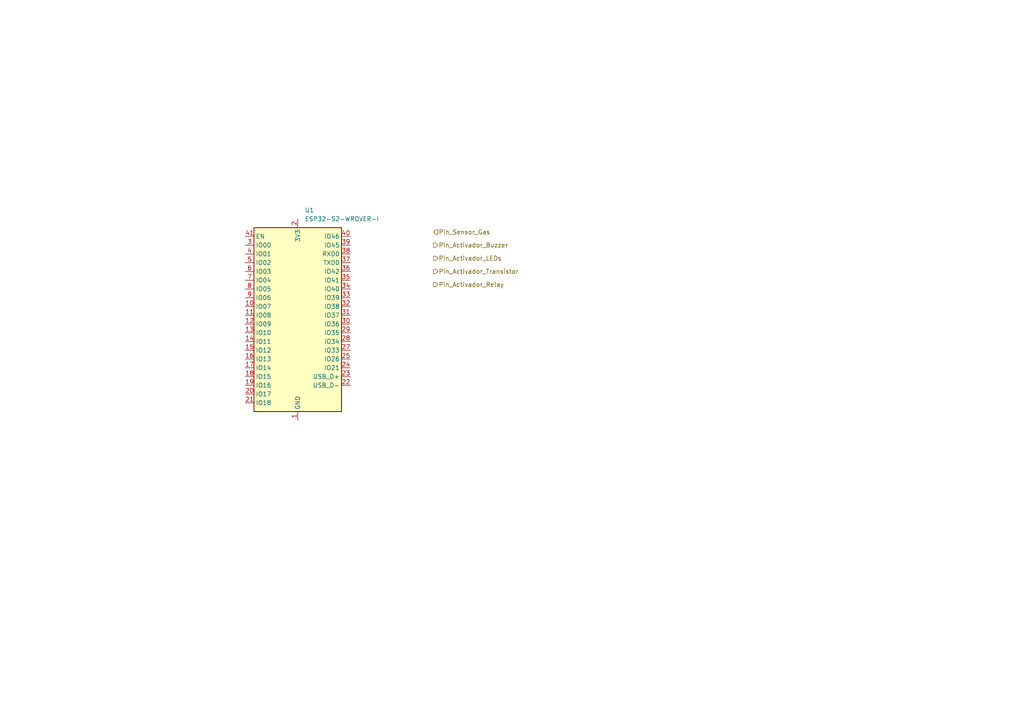
<source format=kicad_sch>
(kicad_sch (version 20230121) (generator eeschema)
  (paper "A4")
  (lib_symbols
    (symbol "RF_Module:ESP32-S2-WROVER-I"
      (property "Reference" "U" (at -12.7 29.21 0))
      (property "Value" "ESP32-S2-WROVER-I" (at 2.54 29.21 0))
      (symbol "ESP32-S2-WROVER-I_0_1"
        (rectangle (start -12.7 27.94) (end 12.7 -25.4) (stroke (width 0.254)) (fill (type background)))
      )
      (symbol "ESP32-S2-WROVER-I_1_1"
        (pin power_in line (at 0 -27.94 90) (length 2.54) (name "GND") (number "1"))
        (pin bidirectional line (at -15.24 5.08 0) (length 2.54) (name "IO07") (number "10"))
        (pin bidirectional line (at -15.24 2.54 0) (length 2.54) (name "IO08") (number "11"))
        (pin bidirectional line (at -15.24 0 0) (length 2.54) (name "IO09") (number "12"))
        (pin bidirectional line (at -15.24 -2.54 0) (length 2.54) (name "IO10") (number "13"))
        (pin bidirectional line (at -15.24 -5.08 0) (length 2.54) (name "IO11") (number "14"))
        (pin bidirectional line (at -15.24 -7.62 0) (length 2.54) (name "IO12") (number "15"))
        (pin bidirectional line (at -15.24 -10.16 0) (length 2.54) (name "IO13") (number "16"))
        (pin bidirectional line (at -15.24 -12.7 0) (length 2.54) (name "IO14") (number "17"))
        (pin bidirectional line (at -15.24 -15.24 0) (length 2.54) (name "IO15") (number "18"))
        (pin bidirectional line (at -15.24 -17.78 0) (length 2.54) (name "IO16") (number "19"))
        (pin power_in line (at 0 30.48 270) (length 2.54) (name "3V3") (number "2"))
        (pin bidirectional line (at -15.24 -20.32 0) (length 2.54) (name "IO17") (number "20"))
        (pin bidirectional line (at -15.24 -22.86 0) (length 2.54) (name "IO18") (number "21"))
        (pin bidirectional line (at 15.24 -17.78 180) (length 2.54) (name "USB_D-") (number "22"))
        (pin bidirectional line (at 15.24 -15.24 180) (length 2.54) (name "USB_D+") (number "23"))
        (pin bidirectional line (at 15.24 -12.7 180) (length 2.54) (name "IO21") (number "24"))
        (pin bidirectional line (at 15.24 -10.16 180) (length 2.54) (name "IO26") (number "25"))
        (pin passive line (at 0 -27.94 90) (length 2.54) hide (name "GND") (number "26"))
        (pin bidirectional line (at 15.24 -7.62 180) (length 2.54) (name "IO33") (number "27"))
        (pin bidirectional line (at 15.24 -5.08 180) (length 2.54) (name "IO34") (number "28"))
        (pin bidirectional line (at 15.24 -2.54 180) (length 2.54) (name "IO35") (number "29"))
        (pin bidirectional line (at -15.24 22.86 0) (length 2.54) (name "IO00") (number "3"))
        (pin bidirectional line (at 15.24 0 180) (length 2.54) (name "IO36") (number "30"))
        (pin bidirectional line (at 15.24 2.54 180) (length 2.54) (name "IO37") (number "31"))
        (pin bidirectional line (at 15.24 5.08 180) (length 2.54) (name "IO38") (number "32"))
        (pin bidirectional line (at 15.24 7.62 180) (length 2.54) (name "IO39") (number "33"))
        (pin bidirectional line (at 15.24 10.16 180) (length 2.54) (name "IO40") (number "34"))
        (pin bidirectional line (at 15.24 12.7 180) (length 2.54) (name "IO41") (number "35"))
        (pin bidirectional line (at 15.24 15.24 180) (length 2.54) (name "IO42") (number "36"))
        (pin bidirectional line (at 15.24 17.78 180) (length 2.54) (name "TXD0") (number "37"))
        (pin bidirectional line (at 15.24 20.32 180) (length 2.54) (name "RXD0") (number "38"))
        (pin bidirectional line (at 15.24 22.86 180) (length 2.54) (name "IO45") (number "39"))
        (pin bidirectional line (at -15.24 20.32 0) (length 2.54) (name "IO01") (number "4"))
        (pin input line (at 15.24 25.4 180) (length 2.54) (name "IO46") (number "40"))
        (pin input line (at -15.24 25.4 0) (length 2.54) (name "EN") (number "41"))
        (pin passive line (at 0 -27.94 90) (length 2.54) hide (name "GND") (number "42"))
        (pin passive line (at 0 -27.94 90) (length 2.54) hide (name "GND") (number "43"))
        (pin bidirectional line (at -15.24 17.78 0) (length 2.54) (name "IO02") (number "5"))
        (pin bidirectional line (at -15.24 15.24 0) (length 2.54) (name "IO03") (number "6"))
        (pin bidirectional line (at -15.24 12.7 0) (length 2.54) (name "IO04") (number "7"))
        (pin bidirectional line (at -15.24 10.16 0) (length 2.54) (name "IO05") (number "8"))
        (pin bidirectional line (at -15.24 7.62 0) (length 2.54) (name "IO06") (number "9"))
      )
    )
  )
  (hierarchical_label "Pin_Activador_Buzzer" (shape output) (at 125.73 71.12 0))
  (hierarchical_label "Pin_Activador_LEDs" (shape output) (at 125.73 74.93 0))
  (hierarchical_label "Pin_Activador_Relay" (shape output) (at 125.73 82.55 0))
  (hierarchical_label "Pin_Sensor_Gas" (shape input) (at 125.73 67.31 0))
  (hierarchical_label "Pin_Activador_Transistor" (shape output) (at 125.73 78.74 0))
  (symbol (lib_id "RF_Module:ESP32-S2-WROVER-I") (at 86.36 93.98 0) (unit 1)
    (property "Reference" "U1" (at 88.3794 60.96 0) (effects (justify left)))
    (property "Value" "ESP32-S2-WROVER-I" (at 88.3794 63.5 0) (effects (justify left)))
    (property "Footprint" "RF_Module:ESP32-S2-WROVER" (effects hide))
    (property "Datasheet" "https://www.espressif.com/sites/default/files/documentation/esp32-s2-wroom_esp32-s2-wroom-i_datasheet_en.pdf" (effects hide))
    (instances (project "KISS" (path "" (reference "U1") (unit 1))) (project "KISS_V2" (path "" (reference "U7") (unit 1))))
  )
)
</source>
